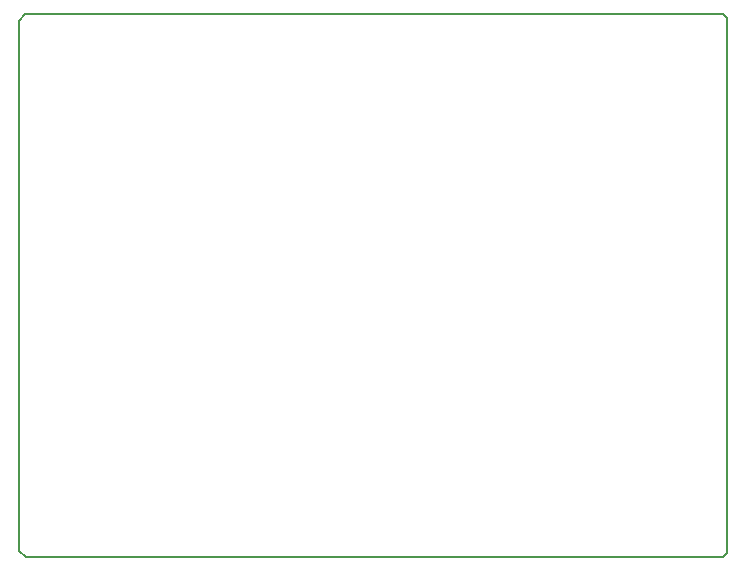
<source format=gbp>
G04*
G04 #@! TF.GenerationSoftware,Altium Limited,Altium Designer,20.2.4 (192)*
G04*
G04 Layer_Color=128*
%FSLAX25Y25*%
%MOIN*%
G70*
G04*
G04 #@! TF.SameCoordinates,E48B743E-56E7-44FA-BC68-CEDDD1A44BF1*
G04*
G04*
G04 #@! TF.FilePolarity,Positive*
G04*
G01*
G75*
%ADD14C,0.00600*%
D14*
X234651Y112D02*
X236221Y1683D01*
X1Y179001D02*
X2200Y181200D01*
X2288Y112D02*
X234651D01*
X1Y2399D02*
X2288Y112D01*
X2200Y181200D02*
X234862D01*
X236221Y179841D01*
X1Y2399D02*
Y179001D01*
X236221Y1683D02*
Y179841D01*
M02*

</source>
